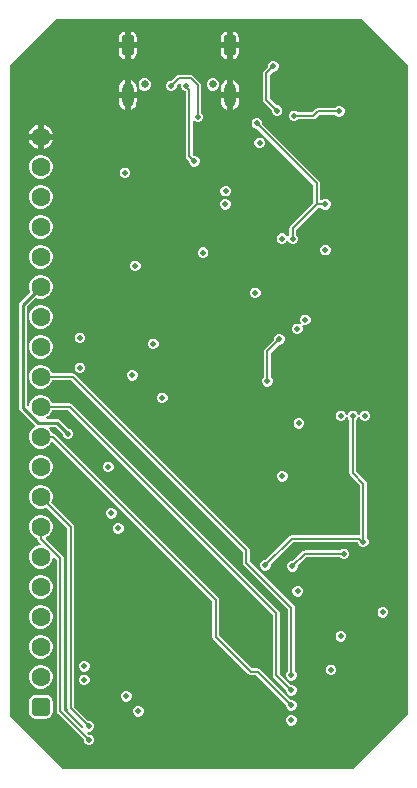
<source format=gbr>
G04*
G04 #@! TF.GenerationSoftware,Altium Limited,Altium Designer,25.2.1 (25)*
G04*
G04 Layer_Physical_Order=2*
G04 Layer_Color=36540*
%FSLAX25Y25*%
%MOIN*%
G70*
G04*
G04 #@! TF.SameCoordinates,6E7B483F-BFF1-4FB3-8246-CE29AB42D2EF*
G04*
G04*
G04 #@! TF.FilePolarity,Positive*
G04*
G01*
G75*
%ADD74C,0.00700*%
%ADD75C,0.01000*%
%ADD77C,0.06299*%
G04:AMPARAMS|DCode=78|XSize=62.99mil|YSize=62.99mil|CornerRadius=15.75mil|HoleSize=0mil|Usage=FLASHONLY|Rotation=90.000|XOffset=0mil|YOffset=0mil|HoleType=Round|Shape=RoundedRectangle|*
%AMROUNDEDRECTD78*
21,1,0.06299,0.03150,0,0,90.0*
21,1,0.03150,0.06299,0,0,90.0*
1,1,0.03150,0.01575,0.01575*
1,1,0.03150,0.01575,-0.01575*
1,1,0.03150,-0.01575,-0.01575*
1,1,0.03150,-0.01575,0.01575*
%
%ADD78ROUNDEDRECTD78*%
G04:AMPARAMS|DCode=79|XSize=70.87mil|YSize=39.37mil|CornerRadius=9.84mil|HoleSize=0mil|Usage=FLASHONLY|Rotation=270.000|XOffset=0mil|YOffset=0mil|HoleType=Round|Shape=RoundedRectangle|*
%AMROUNDEDRECTD79*
21,1,0.07087,0.01968,0,0,270.0*
21,1,0.05118,0.03937,0,0,270.0*
1,1,0.01968,-0.00984,-0.02559*
1,1,0.01968,-0.00984,0.02559*
1,1,0.01968,0.00984,0.02559*
1,1,0.01968,0.00984,-0.02559*
%
%ADD79ROUNDEDRECTD79*%
%ADD80O,0.03937X0.08268*%
%ADD81C,0.02559*%
%ADD82C,0.01968*%
G36*
X66296Y111001D02*
Y-105501D01*
X48001Y-123796D01*
X-48501D01*
X-66296Y-106001D01*
Y111001D01*
X-51001Y126296D01*
X51001D01*
X66296Y111001D01*
D02*
G37*
%LPC*%
G36*
X8008Y122079D02*
Y118500D01*
X10015D01*
Y120059D01*
X9861Y120833D01*
X9423Y121490D01*
X8766Y121928D01*
X8008Y122079D01*
D02*
G37*
G36*
X6008D02*
X5249Y121928D01*
X4593Y121490D01*
X4154Y120833D01*
X4000Y120059D01*
Y118500D01*
X6008D01*
Y122079D01*
D02*
G37*
G36*
X-26008D02*
Y118500D01*
X-24001D01*
Y120059D01*
X-24155Y120833D01*
X-24593Y121490D01*
X-25249Y121928D01*
X-26008Y122079D01*
D02*
G37*
G36*
X-28008D02*
X-28766Y121928D01*
X-29423Y121490D01*
X-29861Y120833D01*
X-30015Y120059D01*
Y118500D01*
X-28008D01*
Y122079D01*
D02*
G37*
G36*
X10015Y116500D02*
X8008D01*
Y112921D01*
X8766Y113072D01*
X9423Y113510D01*
X9861Y114167D01*
X10015Y114941D01*
Y116500D01*
D02*
G37*
G36*
X-28008Y116500D02*
X-30015D01*
Y114941D01*
X-29861Y114167D01*
X-29423Y113510D01*
X-28766Y113072D01*
X-28008Y112921D01*
Y116500D01*
D02*
G37*
G36*
X-24001D02*
X-26008D01*
Y112921D01*
X-25249Y113072D01*
X-24593Y113510D01*
X-24155Y114167D01*
X-24001Y114941D01*
Y116500D01*
D02*
G37*
G36*
X6008Y116500D02*
X4000D01*
Y114941D01*
X4154Y114167D01*
X4593Y113510D01*
X5249Y113072D01*
X6008Y112921D01*
Y116500D01*
D02*
G37*
G36*
X1789Y106579D02*
X967D01*
X207Y106264D01*
X-374Y105683D01*
X-689Y104923D01*
Y104101D01*
X-374Y103341D01*
X207Y102760D01*
X967Y102445D01*
X1789D01*
X2549Y102760D01*
X3130Y103341D01*
X3445Y104101D01*
Y104923D01*
X3130Y105683D01*
X2549Y106264D01*
X1789Y106579D01*
D02*
G37*
G36*
X-20967D02*
X-21789D01*
X-22549Y106264D01*
X-23130Y105683D01*
X-23445Y104923D01*
Y104101D01*
X-23130Y103341D01*
X-22549Y102760D01*
X-21789Y102445D01*
X-20967D01*
X-20207Y102760D01*
X-19626Y103341D01*
X-19311Y104101D01*
Y104923D01*
X-19626Y105683D01*
X-20207Y106264D01*
X-20967Y106579D01*
D02*
G37*
G36*
X8008Y106008D02*
Y102043D01*
X10002D01*
Y103209D01*
X9900Y103984D01*
X9601Y104706D01*
X9125Y105326D01*
X8505Y105802D01*
X8008Y106008D01*
D02*
G37*
G36*
X6008D02*
X5511Y105802D01*
X4891Y105326D01*
X4415Y104706D01*
X4116Y103984D01*
X4014Y103209D01*
Y102043D01*
X6008D01*
Y106008D01*
D02*
G37*
G36*
X-26008Y106008D02*
Y102043D01*
X-24014D01*
Y103209D01*
X-24116Y103984D01*
X-24415Y104706D01*
X-24891Y105326D01*
X-25511Y105802D01*
X-26008Y106008D01*
D02*
G37*
G36*
X-28008Y106008D02*
X-28505Y105802D01*
X-29125Y105326D01*
X-29601Y104706D01*
X-29900Y103984D01*
X-30002Y103209D01*
Y102043D01*
X-28008D01*
Y106008D01*
D02*
G37*
G36*
Y100043D02*
X-30002D01*
Y98878D01*
X-29900Y98103D01*
X-29601Y97381D01*
X-29125Y96761D01*
X-28505Y96285D01*
X-28008Y96079D01*
Y100043D01*
D02*
G37*
G36*
X10002Y100043D02*
X8008D01*
Y96079D01*
X8505Y96285D01*
X9125Y96761D01*
X9601Y97381D01*
X9900Y98103D01*
X10002Y98878D01*
Y100043D01*
D02*
G37*
G36*
X6008D02*
X4014D01*
Y98878D01*
X4116Y98103D01*
X4415Y97381D01*
X4891Y96761D01*
X5511Y96285D01*
X6008Y96079D01*
Y100043D01*
D02*
G37*
G36*
X-24014Y100043D02*
X-26008D01*
Y96079D01*
X-25511Y96285D01*
X-24891Y96761D01*
X-24415Y97381D01*
X-24116Y98103D01*
X-24014Y98878D01*
Y100043D01*
D02*
G37*
G36*
X43854Y97275D02*
X43150D01*
X42498Y97005D01*
X42156Y96663D01*
X36382D01*
X35938Y96575D01*
X35562Y96324D01*
X35562Y96324D01*
X34398Y95160D01*
X29846D01*
X29504Y95502D01*
X28852Y95772D01*
X28148D01*
X27496Y95502D01*
X26998Y95004D01*
X26728Y94352D01*
Y93648D01*
X26998Y92996D01*
X27496Y92498D01*
X28148Y92228D01*
X28852D01*
X29504Y92498D01*
X29846Y92840D01*
X34879D01*
X35322Y92929D01*
X35699Y93180D01*
X36863Y94344D01*
X42156D01*
X42498Y94002D01*
X43150Y93732D01*
X43854D01*
X44506Y94002D01*
X45004Y94500D01*
X45274Y95151D01*
Y95856D01*
X45004Y96507D01*
X44506Y97005D01*
X43854Y97275D01*
D02*
G37*
G36*
X21852Y112272D02*
X21148D01*
X20496Y112002D01*
X19998Y111504D01*
X19728Y110852D01*
Y110368D01*
X18346Y108986D01*
X18094Y108609D01*
X18006Y108166D01*
Y99309D01*
X18094Y98865D01*
X18346Y98489D01*
X20957Y95878D01*
Y95394D01*
X21226Y94743D01*
X21725Y94244D01*
X22376Y93975D01*
X23081D01*
X23732Y94244D01*
X24230Y94743D01*
X24500Y95394D01*
Y96099D01*
X24230Y96750D01*
X23732Y97248D01*
X23081Y97518D01*
X22597D01*
X20325Y99789D01*
Y107685D01*
X21368Y108728D01*
X21852D01*
X22504Y108998D01*
X23002Y109496D01*
X23272Y110148D01*
Y110852D01*
X23002Y111504D01*
X22504Y112002D01*
X21852Y112272D01*
D02*
G37*
G36*
X-6000Y107660D02*
X-10000D01*
X-10444Y107571D01*
X-10820Y107320D01*
X-10820Y107320D01*
X-12368Y105772D01*
X-12852D01*
X-13504Y105502D01*
X-14002Y105004D01*
X-14272Y104352D01*
Y103648D01*
X-14002Y102996D01*
X-13504Y102498D01*
X-12852Y102228D01*
X-12148D01*
X-11496Y102498D01*
X-10998Y102996D01*
X-10728Y103648D01*
Y104132D01*
X-9758Y105102D01*
X-9500Y105063D01*
X-9200Y104525D01*
X-9272Y104352D01*
Y103648D01*
X-9002Y102996D01*
X-8504Y102498D01*
X-7852Y102228D01*
X-7712D01*
X-7660Y102176D01*
Y80500D01*
X-7571Y80056D01*
X-7320Y79680D01*
X-6621Y78981D01*
Y78497D01*
X-6351Y77846D01*
X-5853Y77347D01*
X-5202Y77078D01*
X-4497D01*
X-3846Y77347D01*
X-3348Y77846D01*
X-3078Y78497D01*
Y79202D01*
X-3348Y79853D01*
X-3846Y80351D01*
X-4497Y80621D01*
X-4981D01*
X-5340Y80980D01*
Y92128D01*
X-4840Y92335D01*
X-4629Y92124D01*
X-3978Y91854D01*
X-3274D01*
X-2622Y92124D01*
X-2124Y92622D01*
X-1854Y93274D01*
Y93978D01*
X-2124Y94630D01*
X-2466Y94972D01*
Y104126D01*
X-2555Y104570D01*
X-2806Y104946D01*
X-5180Y107320D01*
X-5556Y107571D01*
X-6000Y107660D01*
D02*
G37*
G36*
X-55000Y91028D02*
Y88000D01*
X-51972D01*
X-52133Y88602D01*
X-52680Y89548D01*
X-53452Y90320D01*
X-54398Y90867D01*
X-55000Y91028D01*
D02*
G37*
G36*
X-57000D02*
X-57602Y90867D01*
X-58548Y90320D01*
X-59320Y89548D01*
X-59867Y88602D01*
X-60028Y88000D01*
X-57000D01*
Y91028D01*
D02*
G37*
G36*
X17254Y86772D02*
X16549D01*
X15898Y86502D01*
X15400Y86004D01*
X15130Y85352D01*
Y84648D01*
X15400Y83996D01*
X15898Y83498D01*
X16549Y83228D01*
X17254D01*
X17905Y83498D01*
X18404Y83996D01*
X18673Y84648D01*
Y85352D01*
X18404Y86004D01*
X17905Y86502D01*
X17254Y86772D01*
D02*
G37*
G36*
X-51972Y86000D02*
X-55000D01*
Y82972D01*
X-54398Y83133D01*
X-53452Y83679D01*
X-52680Y84452D01*
X-52133Y85398D01*
X-51972Y86000D01*
D02*
G37*
G36*
X-57000D02*
X-60028D01*
X-59867Y85398D01*
X-59320Y84452D01*
X-58548Y83679D01*
X-57602Y83133D01*
X-57000Y82972D01*
Y86000D01*
D02*
G37*
G36*
X-27648Y76772D02*
X-28352D01*
X-29004Y76502D01*
X-29502Y76004D01*
X-29772Y75352D01*
Y74648D01*
X-29502Y73996D01*
X-29004Y73498D01*
X-28352Y73228D01*
X-27648D01*
X-26996Y73498D01*
X-26498Y73996D01*
X-26228Y74648D01*
Y75352D01*
X-26498Y76004D01*
X-26996Y76502D01*
X-27648Y76772D01*
D02*
G37*
G36*
X-55482Y80937D02*
X-56518D01*
X-57520Y80669D01*
X-58417Y80150D01*
X-59150Y79417D01*
X-59669Y78520D01*
X-59937Y77518D01*
Y76482D01*
X-59669Y75480D01*
X-59150Y74583D01*
X-58417Y73850D01*
X-57520Y73331D01*
X-56518Y73063D01*
X-55482D01*
X-54480Y73331D01*
X-53583Y73850D01*
X-52850Y74583D01*
X-52331Y75480D01*
X-52063Y76482D01*
Y77518D01*
X-52331Y78520D01*
X-52850Y79417D01*
X-53583Y80150D01*
X-54480Y80669D01*
X-55482Y80937D01*
D02*
G37*
G36*
X5935Y70694D02*
X5231D01*
X4580Y70424D01*
X4081Y69926D01*
X3811Y69275D01*
Y68570D01*
X4081Y67919D01*
X4580Y67421D01*
X5231Y67151D01*
X5935D01*
X6587Y67421D01*
X7085Y67919D01*
X7355Y68570D01*
Y69275D01*
X7085Y69926D01*
X6587Y70424D01*
X5935Y70694D01*
D02*
G37*
G36*
X-55482Y70937D02*
X-56518D01*
X-57520Y70669D01*
X-58417Y70150D01*
X-59150Y69417D01*
X-59669Y68520D01*
X-59937Y67518D01*
Y66482D01*
X-59669Y65480D01*
X-59150Y64583D01*
X-58417Y63850D01*
X-57520Y63331D01*
X-56518Y63063D01*
X-55482D01*
X-54480Y63331D01*
X-53583Y63850D01*
X-52850Y64583D01*
X-52331Y65480D01*
X-52063Y66482D01*
Y67518D01*
X-52331Y68520D01*
X-52850Y69417D01*
X-53583Y70150D01*
X-54480Y70669D01*
X-55482Y70937D01*
D02*
G37*
G36*
X16352Y93272D02*
X15648D01*
X14996Y93002D01*
X14498Y92504D01*
X14228Y91852D01*
Y91148D01*
X14498Y90496D01*
X14996Y89998D01*
X15648Y89728D01*
X16132D01*
X34771Y71089D01*
Y64980D01*
X27180Y57389D01*
X26929Y57013D01*
X26840Y56569D01*
Y54346D01*
X26498Y54004D01*
X26445Y53876D01*
X25904D01*
X25827Y54062D01*
X25329Y54560D01*
X24678Y54830D01*
X23973D01*
X23322Y54560D01*
X22823Y54062D01*
X22554Y53411D01*
Y52706D01*
X22823Y52055D01*
X23322Y51556D01*
X23973Y51287D01*
X24678D01*
X25329Y51556D01*
X25827Y52055D01*
X25880Y52182D01*
X26421D01*
X26498Y51996D01*
X26996Y51498D01*
X27648Y51228D01*
X28352D01*
X29004Y51498D01*
X29502Y51996D01*
X29772Y52648D01*
Y53352D01*
X29502Y54004D01*
X29160Y54346D01*
Y56089D01*
X36411Y63340D01*
X37538D01*
X37881Y62998D01*
X38532Y62728D01*
X39237D01*
X39888Y62998D01*
X40386Y63496D01*
X40656Y64148D01*
Y64852D01*
X40386Y65504D01*
X39888Y66002D01*
X39237Y66272D01*
X38532D01*
X37881Y66002D01*
X37591Y65712D01*
X37091Y65786D01*
Y71569D01*
X37091Y71569D01*
X37002Y72013D01*
X36751Y72389D01*
X17772Y91368D01*
Y91852D01*
X17502Y92504D01*
X17004Y93002D01*
X16352Y93272D01*
D02*
G37*
G36*
X5852Y66272D02*
X5148D01*
X4496Y66002D01*
X3998Y65504D01*
X3728Y64852D01*
Y64148D01*
X3998Y63496D01*
X4496Y62998D01*
X5148Y62728D01*
X5852D01*
X6504Y62998D01*
X7002Y63496D01*
X7272Y64148D01*
Y64852D01*
X7002Y65504D01*
X6504Y66002D01*
X5852Y66272D01*
D02*
G37*
G36*
X-55482Y60937D02*
X-56518D01*
X-57520Y60669D01*
X-58417Y60150D01*
X-59150Y59417D01*
X-59669Y58520D01*
X-59937Y57518D01*
Y56482D01*
X-59669Y55480D01*
X-59150Y54583D01*
X-58417Y53850D01*
X-57520Y53331D01*
X-56518Y53063D01*
X-55482D01*
X-54480Y53331D01*
X-53583Y53850D01*
X-52850Y54583D01*
X-52331Y55480D01*
X-52063Y56482D01*
Y57518D01*
X-52331Y58520D01*
X-52850Y59417D01*
X-53583Y60150D01*
X-54480Y60669D01*
X-55482Y60937D01*
D02*
G37*
G36*
X39237Y51028D02*
X38532D01*
X37881Y50758D01*
X37382Y50260D01*
X37113Y49608D01*
Y48904D01*
X37382Y48252D01*
X37881Y47754D01*
X38532Y47484D01*
X39237D01*
X39888Y47754D01*
X40386Y48252D01*
X40656Y48904D01*
Y49608D01*
X40386Y50260D01*
X39888Y50758D01*
X39237Y51028D01*
D02*
G37*
G36*
X-1548Y50172D02*
X-2253D01*
X-2904Y49902D01*
X-3402Y49404D01*
X-3672Y48753D01*
Y48048D01*
X-3402Y47397D01*
X-2904Y46899D01*
X-2253Y46629D01*
X-1548D01*
X-897Y46899D01*
X-399Y47397D01*
X-129Y48048D01*
Y48753D01*
X-399Y49404D01*
X-897Y49902D01*
X-1548Y50172D01*
D02*
G37*
G36*
X-55482Y50937D02*
X-56518D01*
X-57520Y50669D01*
X-58417Y50150D01*
X-59150Y49417D01*
X-59669Y48520D01*
X-59937Y47518D01*
Y46482D01*
X-59669Y45480D01*
X-59150Y44583D01*
X-58417Y43850D01*
X-57520Y43331D01*
X-56518Y43063D01*
X-55482D01*
X-54480Y43331D01*
X-53583Y43850D01*
X-52850Y44583D01*
X-52331Y45480D01*
X-52063Y46482D01*
Y47518D01*
X-52331Y48520D01*
X-52850Y49417D01*
X-53583Y50150D01*
X-54480Y50669D01*
X-55482Y50937D01*
D02*
G37*
G36*
X-24148Y45772D02*
X-24852D01*
X-25504Y45502D01*
X-26002Y45004D01*
X-26272Y44352D01*
Y43648D01*
X-26002Y42996D01*
X-25504Y42498D01*
X-24852Y42228D01*
X-24148D01*
X-23496Y42498D01*
X-22998Y42996D01*
X-22728Y43648D01*
Y44352D01*
X-22998Y45004D01*
X-23496Y45502D01*
X-24148Y45772D01*
D02*
G37*
G36*
X15852Y36772D02*
X15148D01*
X14496Y36502D01*
X13998Y36004D01*
X13728Y35352D01*
Y34648D01*
X13998Y33996D01*
X14496Y33498D01*
X15148Y33228D01*
X15852D01*
X16504Y33498D01*
X17002Y33996D01*
X17272Y34648D01*
Y35352D01*
X17002Y36004D01*
X16504Y36502D01*
X15852Y36772D01*
D02*
G37*
G36*
X-55482Y40937D02*
X-56518D01*
X-57520Y40669D01*
X-58417Y40150D01*
X-59150Y39417D01*
X-59669Y38520D01*
X-59937Y37518D01*
Y36482D01*
X-59669Y35480D01*
X-59562Y35295D01*
X-62928Y31928D01*
X-63213Y31502D01*
X-63313Y31000D01*
Y-3275D01*
X-63213Y-3777D01*
X-62928Y-4203D01*
X-58063Y-9068D01*
X-58096Y-9664D01*
X-58417Y-9850D01*
X-59150Y-10583D01*
X-59669Y-11480D01*
X-59937Y-12482D01*
Y-13518D01*
X-59669Y-14520D01*
X-59150Y-15417D01*
X-58417Y-16150D01*
X-57520Y-16669D01*
X-56518Y-16937D01*
X-55482D01*
X-54480Y-16669D01*
X-53583Y-16150D01*
X-52850Y-15417D01*
X-52513Y-14834D01*
X-51895Y-14745D01*
X1175Y-67815D01*
Y-79635D01*
X1263Y-80079D01*
X1514Y-80455D01*
X13213Y-92154D01*
X13213Y-92154D01*
X13589Y-92406D01*
X14033Y-92494D01*
X15854D01*
X25728Y-102368D01*
Y-102852D01*
X25998Y-103504D01*
X26496Y-104002D01*
X27148Y-104272D01*
X27852D01*
X28504Y-104002D01*
X29002Y-103504D01*
X29272Y-102852D01*
Y-102148D01*
X29002Y-101496D01*
X28504Y-100998D01*
X27852Y-100728D01*
X27368D01*
X17154Y-90514D01*
X16778Y-90263D01*
X16334Y-90175D01*
X14514D01*
X3494Y-79155D01*
Y-67334D01*
X3406Y-66891D01*
X3154Y-66514D01*
X-51180Y-12180D01*
X-51556Y-11929D01*
X-52000Y-11840D01*
X-52235D01*
X-52331Y-11480D01*
X-52850Y-10583D01*
X-53293Y-10139D01*
X-53086Y-9639D01*
X-51217D01*
X-48772Y-12085D01*
Y-12352D01*
X-48502Y-13004D01*
X-48004Y-13502D01*
X-47352Y-13772D01*
X-46648D01*
X-45996Y-13502D01*
X-45498Y-13004D01*
X-45228Y-12352D01*
Y-11648D01*
X-45498Y-10996D01*
X-45996Y-10498D01*
X-46648Y-10228D01*
X-46915D01*
X-49746Y-7398D01*
X-50171Y-7114D01*
X-50674Y-7014D01*
X-54078D01*
X-54212Y-6514D01*
X-53583Y-6150D01*
X-52850Y-5417D01*
X-52331Y-4520D01*
X-52235Y-4160D01*
X-46780D01*
X21340Y-72280D01*
Y-92500D01*
X21429Y-92944D01*
X21680Y-93320D01*
X25728Y-97368D01*
Y-97852D01*
X25998Y-98504D01*
X26496Y-99002D01*
X27148Y-99272D01*
X27852D01*
X28504Y-99002D01*
X29002Y-98504D01*
X29272Y-97852D01*
Y-97148D01*
X29002Y-96496D01*
X28504Y-95998D01*
X27852Y-95728D01*
X27368D01*
X23660Y-92020D01*
Y-71799D01*
X23571Y-71356D01*
X23320Y-70979D01*
X-45479Y-2180D01*
X-45856Y-1929D01*
X-46299Y-1840D01*
X-52235D01*
X-52331Y-1480D01*
X-52850Y-583D01*
X-53583Y150D01*
X-54480Y669D01*
X-55482Y937D01*
X-56518D01*
X-57520Y669D01*
X-58417Y150D01*
X-59150Y-583D01*
X-59669Y-1480D01*
X-59937Y-2482D01*
Y-2653D01*
X-60421Y-2867D01*
X-60687Y-2655D01*
Y30456D01*
X-57705Y33439D01*
X-57520Y33331D01*
X-56518Y33063D01*
X-55482D01*
X-54480Y33331D01*
X-53583Y33850D01*
X-52850Y34583D01*
X-52331Y35480D01*
X-52063Y36482D01*
Y37518D01*
X-52331Y38520D01*
X-52850Y39417D01*
X-53583Y40150D01*
X-54480Y40669D01*
X-55482Y40937D01*
D02*
G37*
G36*
X32468Y27772D02*
X31763D01*
X31112Y27502D01*
X30614Y27004D01*
X30344Y26352D01*
Y25648D01*
X30613Y24998D01*
X30611Y24993D01*
X30329Y24574D01*
X29852Y24772D01*
X29148D01*
X28496Y24502D01*
X27998Y24004D01*
X27728Y23352D01*
Y22648D01*
X27998Y21996D01*
X28496Y21498D01*
X29148Y21228D01*
X29852D01*
X30504Y21498D01*
X31002Y21996D01*
X31272Y22648D01*
Y23352D01*
X31002Y24002D01*
X31005Y24008D01*
X31287Y24426D01*
X31763Y24228D01*
X32468D01*
X33119Y24498D01*
X33618Y24996D01*
X33887Y25648D01*
Y26352D01*
X33618Y27004D01*
X33119Y27502D01*
X32468Y27772D01*
D02*
G37*
G36*
X-55482Y30937D02*
X-56518D01*
X-57520Y30669D01*
X-58417Y30150D01*
X-59150Y29417D01*
X-59669Y28520D01*
X-59937Y27518D01*
Y26482D01*
X-59669Y25480D01*
X-59150Y24583D01*
X-58417Y23850D01*
X-57520Y23331D01*
X-56518Y23063D01*
X-55482D01*
X-54480Y23331D01*
X-53583Y23850D01*
X-52850Y24583D01*
X-52331Y25480D01*
X-52063Y26482D01*
Y27518D01*
X-52331Y28520D01*
X-52850Y29417D01*
X-53583Y30150D01*
X-54480Y30669D01*
X-55482Y30937D01*
D02*
G37*
G36*
X-42648Y21772D02*
X-43352D01*
X-44004Y21502D01*
X-44502Y21004D01*
X-44772Y20352D01*
Y19648D01*
X-44502Y18996D01*
X-44004Y18498D01*
X-43352Y18228D01*
X-42648D01*
X-41996Y18498D01*
X-41498Y18996D01*
X-41228Y19648D01*
Y20352D01*
X-41498Y21004D01*
X-41996Y21502D01*
X-42648Y21772D01*
D02*
G37*
G36*
X-18124Y19759D02*
X-18829D01*
X-19480Y19489D01*
X-19979Y18991D01*
X-20249Y18339D01*
Y17635D01*
X-19979Y16984D01*
X-19480Y16485D01*
X-18829Y16216D01*
X-18124D01*
X-17473Y16485D01*
X-16975Y16984D01*
X-16705Y17635D01*
Y18339D01*
X-16975Y18991D01*
X-17473Y19489D01*
X-18124Y19759D01*
D02*
G37*
G36*
X-55482Y20937D02*
X-56518D01*
X-57520Y20669D01*
X-58417Y20150D01*
X-59150Y19417D01*
X-59669Y18520D01*
X-59937Y17518D01*
Y16482D01*
X-59669Y15480D01*
X-59150Y14583D01*
X-58417Y13850D01*
X-57520Y13331D01*
X-56518Y13063D01*
X-55482D01*
X-54480Y13331D01*
X-53583Y13850D01*
X-52850Y14583D01*
X-52331Y15480D01*
X-52063Y16482D01*
Y17518D01*
X-52331Y18520D01*
X-52850Y19417D01*
X-53583Y20150D01*
X-54480Y20669D01*
X-55482Y20937D01*
D02*
G37*
G36*
X-42648Y11772D02*
X-43352D01*
X-44004Y11502D01*
X-44502Y11004D01*
X-44772Y10352D01*
Y9648D01*
X-44502Y8996D01*
X-44004Y8498D01*
X-43352Y8228D01*
X-42648D01*
X-41996Y8498D01*
X-41498Y8996D01*
X-41228Y9648D01*
Y10352D01*
X-41498Y11004D01*
X-41996Y11502D01*
X-42648Y11772D01*
D02*
G37*
G36*
X-25148Y9272D02*
X-25852D01*
X-26504Y9002D01*
X-27002Y8504D01*
X-27272Y7852D01*
Y7148D01*
X-27002Y6496D01*
X-26504Y5998D01*
X-25852Y5728D01*
X-25148D01*
X-24496Y5998D01*
X-23998Y6496D01*
X-23728Y7148D01*
Y7852D01*
X-23998Y8504D01*
X-24496Y9002D01*
X-25148Y9272D01*
D02*
G37*
G36*
X23852Y21272D02*
X23148D01*
X22496Y21002D01*
X21998Y20504D01*
X21728Y19852D01*
Y19368D01*
X18680Y16320D01*
X18429Y15944D01*
X18340Y15500D01*
Y6846D01*
X17998Y6504D01*
X17728Y5852D01*
Y5148D01*
X17998Y4496D01*
X18496Y3998D01*
X19148Y3728D01*
X19852D01*
X20504Y3998D01*
X21002Y4496D01*
X21272Y5148D01*
Y5852D01*
X21002Y6504D01*
X20660Y6846D01*
Y15020D01*
X23368Y17728D01*
X23852D01*
X24504Y17998D01*
X25002Y18496D01*
X25272Y19148D01*
Y19852D01*
X25002Y20504D01*
X24504Y21002D01*
X23852Y21272D01*
D02*
G37*
G36*
X-15148Y1772D02*
X-15852D01*
X-16504Y1502D01*
X-17002Y1004D01*
X-17272Y352D01*
Y-352D01*
X-17002Y-1004D01*
X-16504Y-1502D01*
X-15852Y-1772D01*
X-15148D01*
X-14496Y-1502D01*
X-13998Y-1004D01*
X-13728Y-352D01*
Y352D01*
X-13998Y1004D01*
X-14496Y1502D01*
X-15148Y1772D01*
D02*
G37*
G36*
X52352Y-4228D02*
X51648D01*
X50996Y-4498D01*
X50498Y-4996D01*
X50250Y-5595D01*
X50000Y-5623D01*
X49750Y-5595D01*
X49502Y-4996D01*
X49004Y-4498D01*
X48352Y-4228D01*
X47648D01*
X46996Y-4498D01*
X46498Y-4996D01*
X46250Y-5595D01*
X46000Y-5623D01*
X45750Y-5595D01*
X45502Y-4996D01*
X45004Y-4498D01*
X44352Y-4228D01*
X43648D01*
X42996Y-4498D01*
X42498Y-4996D01*
X42228Y-5648D01*
Y-6352D01*
X42498Y-7004D01*
X42996Y-7502D01*
X43648Y-7772D01*
X44352D01*
X45004Y-7502D01*
X45502Y-7004D01*
X45750Y-6405D01*
X46000Y-6377D01*
X46250Y-6405D01*
X46498Y-7004D01*
X46840Y-7346D01*
Y-25078D01*
X46929Y-25522D01*
X47180Y-25898D01*
X50340Y-29059D01*
Y-45690D01*
X50157Y-45840D01*
X27593D01*
X27149Y-45929D01*
X26772Y-46180D01*
X18928Y-54025D01*
X18444D01*
X17793Y-54294D01*
X17294Y-54793D01*
X17025Y-55444D01*
Y-56149D01*
X17294Y-56800D01*
X17793Y-57298D01*
X18444Y-57568D01*
X19149D01*
X19800Y-57298D01*
X20298Y-56800D01*
X20568Y-56149D01*
Y-55665D01*
X28073Y-48160D01*
X49676D01*
X49728Y-48212D01*
Y-48352D01*
X49998Y-49004D01*
X50496Y-49502D01*
X51148Y-49772D01*
X51852D01*
X52504Y-49502D01*
X53002Y-49004D01*
X53272Y-48352D01*
Y-47648D01*
X53002Y-46996D01*
X52660Y-46654D01*
Y-28578D01*
X52660Y-28578D01*
X52571Y-28135D01*
X52320Y-27758D01*
X49160Y-24598D01*
Y-7346D01*
X49502Y-7004D01*
X49750Y-6405D01*
X50000Y-6377D01*
X50250Y-6405D01*
X50498Y-7004D01*
X50996Y-7502D01*
X51648Y-7772D01*
X52352D01*
X53004Y-7502D01*
X53502Y-7004D01*
X53772Y-6352D01*
Y-5648D01*
X53502Y-4996D01*
X53004Y-4498D01*
X52352Y-4228D01*
D02*
G37*
G36*
X30352Y-6728D02*
X29648D01*
X28996Y-6998D01*
X28498Y-7496D01*
X28228Y-8148D01*
Y-8852D01*
X28498Y-9504D01*
X28996Y-10002D01*
X29648Y-10272D01*
X30352D01*
X31004Y-10002D01*
X31502Y-9504D01*
X31772Y-8852D01*
Y-8148D01*
X31502Y-7496D01*
X31004Y-6998D01*
X30352Y-6728D01*
D02*
G37*
G36*
X-33148Y-21228D02*
X-33852D01*
X-34504Y-21498D01*
X-35002Y-21996D01*
X-35272Y-22648D01*
Y-23352D01*
X-35002Y-24004D01*
X-34504Y-24502D01*
X-33852Y-24772D01*
X-33148D01*
X-32496Y-24502D01*
X-31998Y-24004D01*
X-31728Y-23352D01*
Y-22648D01*
X-31998Y-21996D01*
X-32496Y-21498D01*
X-33148Y-21228D01*
D02*
G37*
G36*
X-55482Y-19063D02*
X-56518D01*
X-57520Y-19331D01*
X-58417Y-19850D01*
X-59150Y-20583D01*
X-59669Y-21480D01*
X-59937Y-22482D01*
Y-23518D01*
X-59669Y-24520D01*
X-59150Y-25417D01*
X-58417Y-26150D01*
X-57520Y-26669D01*
X-56518Y-26937D01*
X-55482D01*
X-54480Y-26669D01*
X-53583Y-26150D01*
X-52850Y-25417D01*
X-52331Y-24520D01*
X-52063Y-23518D01*
Y-22482D01*
X-52331Y-21480D01*
X-52850Y-20583D01*
X-53583Y-19850D01*
X-54480Y-19331D01*
X-55482Y-19063D01*
D02*
G37*
G36*
X24852Y-24394D02*
X24148D01*
X23496Y-24664D01*
X22998Y-25162D01*
X22728Y-25813D01*
Y-26518D01*
X22998Y-27169D01*
X23496Y-27668D01*
X24148Y-27937D01*
X24852D01*
X25504Y-27668D01*
X26002Y-27169D01*
X26272Y-26518D01*
Y-25813D01*
X26002Y-25162D01*
X25504Y-24664D01*
X24852Y-24394D01*
D02*
G37*
G36*
X-32148Y-36728D02*
X-32852D01*
X-33504Y-36998D01*
X-34002Y-37496D01*
X-34272Y-38148D01*
Y-38852D01*
X-34002Y-39504D01*
X-33504Y-40002D01*
X-32852Y-40272D01*
X-32148D01*
X-31496Y-40002D01*
X-30998Y-39504D01*
X-30728Y-38852D01*
Y-38148D01*
X-30998Y-37496D01*
X-31496Y-36998D01*
X-32148Y-36728D01*
D02*
G37*
G36*
X-29844Y-41778D02*
X-30548D01*
X-31199Y-42048D01*
X-31698Y-42546D01*
X-31968Y-43197D01*
Y-43902D01*
X-31698Y-44553D01*
X-31199Y-45051D01*
X-30548Y-45321D01*
X-29844D01*
X-29192Y-45051D01*
X-28694Y-44553D01*
X-28424Y-43902D01*
Y-43197D01*
X-28694Y-42546D01*
X-29192Y-42048D01*
X-29844Y-41778D01*
D02*
G37*
G36*
X45352Y-50228D02*
X44648D01*
X43996Y-50498D01*
X43654Y-50840D01*
X32000D01*
X31556Y-50929D01*
X31180Y-51180D01*
X31180Y-51180D01*
X28012Y-54347D01*
X27529D01*
X26877Y-54617D01*
X26379Y-55115D01*
X26109Y-55767D01*
Y-56472D01*
X26379Y-57123D01*
X26877Y-57621D01*
X27529Y-57891D01*
X28233D01*
X28885Y-57621D01*
X29383Y-57123D01*
X29653Y-56472D01*
Y-55988D01*
X32480Y-53160D01*
X43654D01*
X43996Y-53502D01*
X44648Y-53772D01*
X45352D01*
X46004Y-53502D01*
X46502Y-53004D01*
X46772Y-52352D01*
Y-51648D01*
X46502Y-50996D01*
X46004Y-50498D01*
X45352Y-50228D01*
D02*
G37*
G36*
X30010Y-62728D02*
X29305D01*
X28654Y-62998D01*
X28155Y-63496D01*
X27886Y-64148D01*
Y-64852D01*
X28155Y-65504D01*
X28654Y-66002D01*
X29305Y-66272D01*
X30010D01*
X30661Y-66002D01*
X31159Y-65504D01*
X31429Y-64852D01*
Y-64148D01*
X31159Y-63496D01*
X30661Y-62998D01*
X30010Y-62728D01*
D02*
G37*
G36*
X-55482Y-59063D02*
X-56518D01*
X-57520Y-59331D01*
X-58417Y-59850D01*
X-59150Y-60583D01*
X-59669Y-61480D01*
X-59937Y-62482D01*
Y-63518D01*
X-59669Y-64520D01*
X-59150Y-65417D01*
X-58417Y-66150D01*
X-57520Y-66669D01*
X-56518Y-66937D01*
X-55482D01*
X-54480Y-66669D01*
X-53583Y-66150D01*
X-52850Y-65417D01*
X-52331Y-64520D01*
X-52063Y-63518D01*
Y-62482D01*
X-52331Y-61480D01*
X-52850Y-60583D01*
X-53583Y-59850D01*
X-54480Y-59331D01*
X-55482Y-59063D01*
D02*
G37*
G36*
X58352Y-69728D02*
X57648D01*
X56996Y-69998D01*
X56498Y-70496D01*
X56228Y-71148D01*
Y-71852D01*
X56498Y-72504D01*
X56996Y-73002D01*
X57648Y-73272D01*
X58352D01*
X59004Y-73002D01*
X59502Y-72504D01*
X59772Y-71852D01*
Y-71148D01*
X59502Y-70496D01*
X59004Y-69998D01*
X58352Y-69728D01*
D02*
G37*
G36*
X-55482Y-69063D02*
X-56518D01*
X-57520Y-69331D01*
X-58417Y-69850D01*
X-59150Y-70583D01*
X-59669Y-71480D01*
X-59937Y-72482D01*
Y-73518D01*
X-59669Y-74520D01*
X-59150Y-75417D01*
X-58417Y-76150D01*
X-57520Y-76669D01*
X-56518Y-76937D01*
X-55482D01*
X-54480Y-76669D01*
X-53583Y-76150D01*
X-52850Y-75417D01*
X-52331Y-74520D01*
X-52063Y-73518D01*
Y-72482D01*
X-52331Y-71480D01*
X-52850Y-70583D01*
X-53583Y-69850D01*
X-54480Y-69331D01*
X-55482Y-69063D01*
D02*
G37*
G36*
X44352Y-77728D02*
X43648D01*
X42996Y-77998D01*
X42498Y-78496D01*
X42228Y-79148D01*
Y-79852D01*
X42498Y-80504D01*
X42996Y-81002D01*
X43648Y-81272D01*
X44352D01*
X45004Y-81002D01*
X45502Y-80504D01*
X45772Y-79852D01*
Y-79148D01*
X45502Y-78496D01*
X45004Y-77998D01*
X44352Y-77728D01*
D02*
G37*
G36*
X-55482Y-79063D02*
X-56518D01*
X-57520Y-79331D01*
X-58417Y-79850D01*
X-59150Y-80583D01*
X-59669Y-81480D01*
X-59937Y-82482D01*
Y-83518D01*
X-59669Y-84520D01*
X-59150Y-85417D01*
X-58417Y-86150D01*
X-57520Y-86669D01*
X-56518Y-86937D01*
X-55482D01*
X-54480Y-86669D01*
X-53583Y-86150D01*
X-52850Y-85417D01*
X-52331Y-84520D01*
X-52063Y-83518D01*
Y-82482D01*
X-52331Y-81480D01*
X-52850Y-80583D01*
X-53583Y-79850D01*
X-54480Y-79331D01*
X-55482Y-79063D01*
D02*
G37*
G36*
X-41148Y-87728D02*
X-41852D01*
X-42504Y-87998D01*
X-43002Y-88496D01*
X-43272Y-89148D01*
Y-89852D01*
X-43002Y-90504D01*
X-42504Y-91002D01*
X-41852Y-91272D01*
X-41148D01*
X-40496Y-91002D01*
X-39998Y-90504D01*
X-39728Y-89852D01*
Y-89148D01*
X-39998Y-88496D01*
X-40496Y-87998D01*
X-41148Y-87728D01*
D02*
G37*
G36*
X41050Y-88925D02*
X40345D01*
X39693Y-89195D01*
X39195Y-89693D01*
X38925Y-90345D01*
Y-91049D01*
X39195Y-91701D01*
X39693Y-92199D01*
X40345Y-92469D01*
X41050D01*
X41701Y-92199D01*
X42199Y-91701D01*
X42469Y-91049D01*
Y-90345D01*
X42199Y-89693D01*
X41701Y-89195D01*
X41050Y-88925D01*
D02*
G37*
G36*
X-55482Y10937D02*
X-56518D01*
X-57520Y10669D01*
X-58417Y10150D01*
X-59150Y9417D01*
X-59669Y8520D01*
X-59937Y7518D01*
Y6482D01*
X-59669Y5480D01*
X-59150Y4583D01*
X-58417Y3850D01*
X-57520Y3331D01*
X-56518Y3063D01*
X-55482D01*
X-54480Y3331D01*
X-53583Y3850D01*
X-52850Y4583D01*
X-52331Y5480D01*
X-52235Y5840D01*
X-45848D01*
X11340Y-51348D01*
Y-55000D01*
X11429Y-55444D01*
X11680Y-55820D01*
X26340Y-70480D01*
Y-91154D01*
X25998Y-91496D01*
X25728Y-92148D01*
Y-92852D01*
X25998Y-93504D01*
X26496Y-94002D01*
X27148Y-94272D01*
X27852D01*
X28504Y-94002D01*
X29002Y-93504D01*
X29272Y-92852D01*
Y-92148D01*
X29002Y-91496D01*
X28660Y-91154D01*
Y-70000D01*
X28571Y-69556D01*
X28320Y-69180D01*
X13660Y-54520D01*
Y-50867D01*
X13571Y-50424D01*
X13320Y-50047D01*
X-44547Y7820D01*
X-44924Y8071D01*
X-45367Y8160D01*
X-52235D01*
X-52331Y8520D01*
X-52850Y9417D01*
X-53583Y10150D01*
X-54480Y10669D01*
X-55482Y10937D01*
D02*
G37*
G36*
X-41148Y-92228D02*
X-41852D01*
X-42504Y-92498D01*
X-43002Y-92996D01*
X-43272Y-93648D01*
Y-94352D01*
X-43002Y-95004D01*
X-42504Y-95502D01*
X-41852Y-95772D01*
X-41148D01*
X-40496Y-95502D01*
X-39998Y-95004D01*
X-39728Y-94352D01*
Y-93648D01*
X-39998Y-92996D01*
X-40496Y-92498D01*
X-41148Y-92228D01*
D02*
G37*
G36*
X-55482Y-89063D02*
X-56518D01*
X-57520Y-89331D01*
X-58417Y-89850D01*
X-59150Y-90583D01*
X-59669Y-91480D01*
X-59937Y-92482D01*
Y-93518D01*
X-59669Y-94520D01*
X-59150Y-95417D01*
X-58417Y-96150D01*
X-57520Y-96669D01*
X-56518Y-96937D01*
X-55482D01*
X-54480Y-96669D01*
X-53583Y-96150D01*
X-52850Y-95417D01*
X-52331Y-94520D01*
X-52063Y-93518D01*
Y-92482D01*
X-52331Y-91480D01*
X-52850Y-90583D01*
X-53583Y-89850D01*
X-54480Y-89331D01*
X-55482Y-89063D01*
D02*
G37*
G36*
X-27148Y-97728D02*
X-27852D01*
X-28504Y-97998D01*
X-29002Y-98496D01*
X-29272Y-99148D01*
Y-99852D01*
X-29002Y-100504D01*
X-28504Y-101002D01*
X-27852Y-101272D01*
X-27148D01*
X-26496Y-101002D01*
X-25998Y-100504D01*
X-25728Y-99852D01*
Y-99148D01*
X-25998Y-98496D01*
X-26496Y-97998D01*
X-27148Y-97728D01*
D02*
G37*
G36*
X-23148Y-102728D02*
X-23852D01*
X-24504Y-102998D01*
X-25002Y-103496D01*
X-25272Y-104148D01*
Y-104852D01*
X-25002Y-105504D01*
X-24504Y-106002D01*
X-23852Y-106272D01*
X-23148D01*
X-22496Y-106002D01*
X-21998Y-105504D01*
X-21728Y-104852D01*
Y-104148D01*
X-21998Y-103496D01*
X-22496Y-102998D01*
X-23148Y-102728D01*
D02*
G37*
G36*
X-54425Y-99017D02*
X-57575D01*
X-58496Y-99200D01*
X-59278Y-99722D01*
X-59800Y-100504D01*
X-59983Y-101425D01*
Y-104575D01*
X-59800Y-105497D01*
X-59278Y-106278D01*
X-58496Y-106800D01*
X-57575Y-106983D01*
X-54425D01*
X-53504Y-106800D01*
X-52722Y-106278D01*
X-52200Y-105497D01*
X-52017Y-104575D01*
Y-101425D01*
X-52200Y-100504D01*
X-52722Y-99722D01*
X-53504Y-99200D01*
X-54425Y-99017D01*
D02*
G37*
G36*
X27852Y-105728D02*
X27148D01*
X26496Y-105998D01*
X25998Y-106496D01*
X25728Y-107148D01*
Y-107852D01*
X25998Y-108504D01*
X26496Y-109002D01*
X27148Y-109272D01*
X27852D01*
X28504Y-109002D01*
X29002Y-108504D01*
X29272Y-107852D01*
Y-107148D01*
X29002Y-106496D01*
X28504Y-105998D01*
X27852Y-105728D01*
D02*
G37*
G36*
X-55482Y-29063D02*
X-56518D01*
X-57520Y-29331D01*
X-58417Y-29850D01*
X-59150Y-30583D01*
X-59669Y-31480D01*
X-59937Y-32482D01*
Y-33518D01*
X-59669Y-34520D01*
X-59150Y-35417D01*
X-58417Y-36150D01*
X-57520Y-36669D01*
X-56518Y-36937D01*
X-55482D01*
X-54480Y-36669D01*
X-54158Y-36482D01*
X-47160Y-43480D01*
Y-103500D01*
X-47071Y-103944D01*
X-46820Y-104320D01*
X-41803Y-109337D01*
Y-109821D01*
X-41783Y-109870D01*
X-42207Y-110153D01*
X-48340Y-104020D01*
Y-53437D01*
X-48429Y-52994D01*
X-48680Y-52617D01*
X-54208Y-47089D01*
X-54126Y-46464D01*
X-53583Y-46150D01*
X-52850Y-45417D01*
X-52331Y-44520D01*
X-52063Y-43518D01*
Y-42482D01*
X-52331Y-41480D01*
X-52850Y-40583D01*
X-53583Y-39850D01*
X-54480Y-39331D01*
X-55482Y-39063D01*
X-56518D01*
X-57520Y-39331D01*
X-58417Y-39850D01*
X-59150Y-40583D01*
X-59669Y-41480D01*
X-59937Y-42482D01*
Y-43518D01*
X-59669Y-44520D01*
X-59150Y-45417D01*
X-58417Y-46150D01*
X-57520Y-46669D01*
X-57160Y-46765D01*
Y-46937D01*
X-57071Y-47381D01*
X-56820Y-47757D01*
X-55976Y-48601D01*
X-56168Y-49063D01*
X-56518D01*
X-57520Y-49331D01*
X-58417Y-49850D01*
X-59150Y-50583D01*
X-59669Y-51480D01*
X-59937Y-52482D01*
Y-53518D01*
X-59669Y-54520D01*
X-59150Y-55417D01*
X-58417Y-56150D01*
X-57520Y-56669D01*
X-56518Y-56937D01*
X-55482D01*
X-54480Y-56669D01*
X-53583Y-56150D01*
X-52850Y-55417D01*
X-52331Y-54520D01*
X-52063Y-53518D01*
Y-53168D01*
X-51601Y-52976D01*
X-50660Y-53918D01*
Y-104500D01*
X-50571Y-104944D01*
X-50320Y-105320D01*
X-41772Y-113868D01*
Y-114352D01*
X-41502Y-115004D01*
X-41004Y-115502D01*
X-40352Y-115772D01*
X-39648D01*
X-38996Y-115502D01*
X-38498Y-115004D01*
X-38228Y-114352D01*
Y-113648D01*
X-38498Y-112996D01*
X-38996Y-112498D01*
X-39648Y-112228D01*
X-40132D01*
X-40716Y-111644D01*
X-40433Y-111220D01*
X-40384Y-111240D01*
X-39679D01*
X-39028Y-110970D01*
X-38530Y-110472D01*
X-38260Y-109821D01*
Y-109116D01*
X-38530Y-108465D01*
X-39028Y-107967D01*
X-39679Y-107697D01*
X-40163D01*
X-44840Y-103020D01*
Y-43000D01*
X-44840Y-43000D01*
X-44929Y-42556D01*
X-45180Y-42180D01*
X-45180Y-42180D01*
X-52518Y-34842D01*
X-52331Y-34520D01*
X-52063Y-33518D01*
Y-32482D01*
X-52331Y-31480D01*
X-52850Y-30583D01*
X-53583Y-29850D01*
X-54480Y-29331D01*
X-55482Y-29063D01*
D02*
G37*
%LPD*%
D74*
X22500Y-92500D02*
Y-71799D01*
X-56000Y-3000D02*
X-46299D01*
X22500Y-71799D01*
X19500Y5500D02*
Y15500D01*
X23500Y19500D01*
X34879Y94000D02*
X36382Y95504D01*
X43502D01*
X-12500Y104000D02*
X-10000Y106500D01*
X-6000D01*
X-6500Y80500D02*
Y102657D01*
X-7500Y103657D02*
X-6500Y102657D01*
X-4849Y78849D02*
Y78849D01*
X-6500Y80500D02*
X-4849Y78849D01*
X-7500Y103657D02*
Y104000D01*
X-6000Y106500D02*
X-3626Y104126D01*
Y93626D02*
Y104126D01*
X28500Y94000D02*
X34879D01*
X19166Y99309D02*
Y108166D01*
Y99309D02*
X22728Y95746D01*
X2334Y-79635D02*
Y-67334D01*
X-52000Y-13000D02*
X2334Y-67334D01*
X-56000Y-13000D02*
X-52000D01*
X32000Y-52000D02*
X45000D01*
X27881Y-56119D02*
X32000Y-52000D01*
X48000Y-25078D02*
Y-6000D01*
Y-25078D02*
X51500Y-28578D01*
Y-48000D02*
Y-28578D01*
X-45367Y7000D02*
X12500Y-50867D01*
X-56000Y7000D02*
X-45367D01*
X-46000Y-103500D02*
X-40031Y-109468D01*
X-56000Y-33000D02*
X-46000Y-43000D01*
Y-103500D02*
Y-43000D01*
X-56000Y-46937D02*
X-49500Y-53437D01*
Y-104500D02*
Y-53437D01*
Y-104500D02*
X-40000Y-114000D01*
X-56000Y-46937D02*
Y-43000D01*
X12500Y-55000D02*
X27500Y-70000D01*
X12500Y-55000D02*
Y-50867D01*
X27500Y-92500D02*
Y-70000D01*
X18796Y-55796D02*
X27593Y-47000D01*
X22500Y-92500D02*
X27500Y-97500D01*
X16334Y-91334D02*
X27500Y-102500D01*
X14033Y-91334D02*
X16334D01*
X2334Y-79635D02*
X14033Y-91334D01*
X35931Y64500D02*
X38884D01*
X28000Y56569D02*
X35931Y64500D01*
X28000Y53000D02*
Y56569D01*
X35931Y64500D02*
Y71569D01*
X51157Y-48000D02*
X51500D01*
X50157Y-47000D02*
X51157Y-48000D01*
X27593Y-47000D02*
X50157D01*
X16000Y91500D02*
X35931Y71569D01*
X19166Y108166D02*
X21500Y110500D01*
D75*
X-62000Y31000D02*
X-56000Y37000D01*
X-62000Y-3275D02*
Y31000D01*
Y-3275D02*
X-56949Y-8326D01*
X-50674D02*
X-47000Y-12000D01*
X-56949Y-8326D02*
X-50674D01*
D77*
X-56000Y-3000D02*
D03*
Y-13000D02*
D03*
Y7000D02*
D03*
Y-43000D02*
D03*
Y-33000D02*
D03*
Y17000D02*
D03*
Y57000D02*
D03*
Y-93000D02*
D03*
Y-83000D02*
D03*
Y-63000D02*
D03*
Y-53000D02*
D03*
Y-73000D02*
D03*
Y27000D02*
D03*
Y37000D02*
D03*
Y77000D02*
D03*
Y87000D02*
D03*
Y47000D02*
D03*
Y67000D02*
D03*
Y-23000D02*
D03*
D78*
Y-103000D02*
D03*
D79*
X7008Y117500D02*
D03*
X-27008D02*
D03*
D80*
X7008Y101043D02*
D03*
X-27008D02*
D03*
D81*
X1378Y104512D02*
D03*
X-21378D02*
D03*
D82*
X51000Y15000D02*
D03*
X30000Y-8500D02*
D03*
X29358Y-14642D02*
D03*
X-27500Y32500D02*
D03*
X-23400Y36400D02*
D03*
X-43000Y121319D02*
D03*
X-25500Y7500D02*
D03*
X44500Y103000D02*
D03*
X-18477Y17987D02*
D03*
X63500Y-43000D02*
D03*
X37000D02*
D03*
X-18293Y-34307D02*
D03*
X-24144Y-36429D02*
D03*
X51140Y-20106D02*
D03*
X19500Y5500D02*
D03*
X48660Y84000D02*
D03*
X43502Y95504D02*
D03*
X-37000Y90500D02*
D03*
X-12500Y104000D02*
D03*
X-7500D02*
D03*
X-4849Y78849D02*
D03*
X28500Y94000D02*
D03*
X22728Y95746D02*
D03*
X-43000Y113000D02*
D03*
Y117097D02*
D03*
X-43091Y109226D02*
D03*
X-43000Y105840D02*
D03*
Y102500D02*
D03*
X-58006Y109778D02*
D03*
X-57944Y114071D02*
D03*
X-58000Y106000D02*
D03*
X-30196Y-43549D02*
D03*
X-32500Y-38500D02*
D03*
X11000Y-99660D02*
D03*
X5500D02*
D03*
X39Y-99620D02*
D03*
X60000Y-80500D02*
D03*
X45000Y-52000D02*
D03*
X27881Y-56119D02*
D03*
X24500Y-26166D02*
D03*
X23998Y-20448D02*
D03*
X56002D02*
D03*
X29500Y23000D02*
D03*
X23500Y19500D02*
D03*
X32116Y26000D02*
D03*
X-15500Y91000D02*
D03*
X46000Y-103000D02*
D03*
X41000D02*
D03*
X-40500Y74500D02*
D03*
X18224Y111181D02*
D03*
X-33500Y63000D02*
D03*
X-29000Y59000D02*
D03*
X42000Y27500D02*
D03*
X24325Y53058D02*
D03*
X28000Y53000D02*
D03*
X17000Y-10000D02*
D03*
X27000Y63000D02*
D03*
X18500Y23500D02*
D03*
Y28000D02*
D03*
X20744Y53369D02*
D03*
X5500Y64500D02*
D03*
X5583Y68922D02*
D03*
X-28000Y75000D02*
D03*
X-15500Y0D02*
D03*
X44000Y-6000D02*
D03*
X43000Y-68500D02*
D03*
X40697Y-90697D02*
D03*
X44000Y-79500D02*
D03*
X48000Y-6000D02*
D03*
X52000D02*
D03*
X-47000Y-12000D02*
D03*
X-33500Y-23000D02*
D03*
X-8000Y-20000D02*
D03*
X-20029Y-13272D02*
D03*
X-40000Y-114000D02*
D03*
X-40031Y-109468D02*
D03*
X-41500Y-89500D02*
D03*
Y-94000D02*
D03*
X-3000Y-20000D02*
D03*
X2000D02*
D03*
X-24313Y-8988D02*
D03*
X-20000Y2000D02*
D03*
X29658Y-64500D02*
D03*
X18796Y-55796D02*
D03*
X15500Y-83500D02*
D03*
X27500Y-92500D02*
D03*
Y-97500D02*
D03*
Y-102500D02*
D03*
Y-107500D02*
D03*
X15500Y35000D02*
D03*
X38884Y49256D02*
D03*
X16902Y85000D02*
D03*
X38884Y64500D02*
D03*
X42500Y40244D02*
D03*
X20500Y80000D02*
D03*
X58000Y-71500D02*
D03*
X48500D02*
D03*
X51500Y-48000D02*
D03*
X16651Y-13849D02*
D03*
X51500Y77000D02*
D03*
X48500Y80000D02*
D03*
X500Y78384D02*
D03*
X-1901Y48401D02*
D03*
X60299Y-88299D02*
D03*
X-8000Y6500D02*
D03*
X-43500Y-65000D02*
D03*
X16000Y91500D02*
D03*
X60186Y58814D02*
D03*
X58500Y69000D02*
D03*
X45500Y115000D02*
D03*
Y119500D02*
D03*
X21500Y103000D02*
D03*
Y110500D02*
D03*
X20744Y61256D02*
D03*
X-24500Y44000D02*
D03*
X-43000Y10000D02*
D03*
Y20000D02*
D03*
X-3626Y93626D02*
D03*
X-28500Y-119500D02*
D03*
X27500D02*
D03*
X15500Y-94500D02*
D03*
Y-89000D02*
D03*
X11000Y-79500D02*
D03*
X5500D02*
D03*
X0D02*
D03*
X-5000Y-83500D02*
D03*
Y-89000D02*
D03*
Y-94500D02*
D03*
X-23500Y-104500D02*
D03*
X-27500Y-99500D02*
D03*
X10500Y86500D02*
D03*
Y90000D02*
D03*
X641Y83509D02*
D03*
X-37000Y82500D02*
D03*
X-47000Y72000D02*
D03*
M02*

</source>
